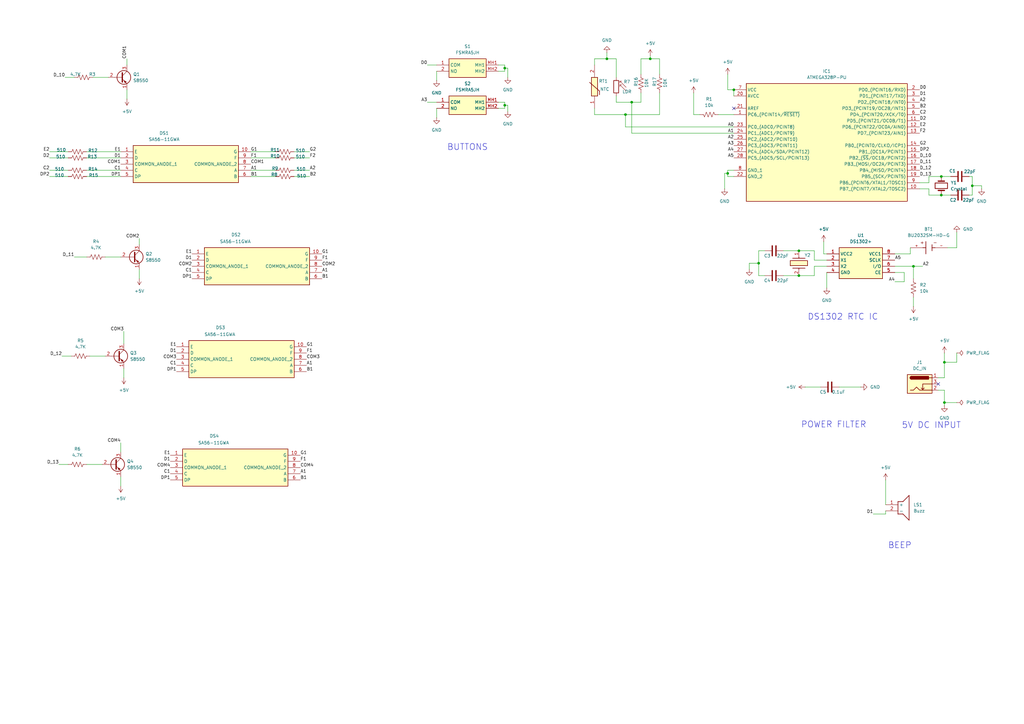
<source format=kicad_sch>
(kicad_sch (version 20250114) (generator "eeschema") (generator_version "9.0")
  (paper "A3")
  (lib_symbols
    (symbol "BU2032SM-HD-G:BU2032SM-HD-G" (pin_names (offset 1.016))
      (property "Reference" "BT" (at -6.3614 3.8138 0))
      (property "Value" "BU2032SM-HD-G" (at -6.3618 -6.3579 0))
      (symbol "BU2032SM-HD-G_0_0"
        (polyline (pts (xy -3.302 2.032) (xy -2.286 2.032)) (stroke (width 0.1524)))
        (polyline (pts (xy -2.794 2.54) (xy -2.794 1.524)) (stroke (width 0.1524)))
        (polyline (pts (xy -2.54 0) (xy -1.27 0)) (stroke (width 0.254)))
        (polyline (pts (xy -1.27 2.54) (xy -1.27 -2.54)) (stroke (width 0.254)))
        (polyline (pts (xy 1.27 1.27) (xy 1.27 -1.27)) (stroke (width 0.254)))
        (polyline (pts (xy 1.27 0) (xy 2.54 0)) (stroke (width 0.254)))
        (polyline (pts (xy 2.032 2.032) (xy 3.048 2.032)) (stroke (width 0.1524)))
        (pin passive line (at -7.62 0 0) (length 5.08) (name "~") (number "+"))
        (pin passive line (at 7.62 0 180) (length 5.08) (name "~") (number "-"))
      )
    )
    (symbol "Connector:Barrel_Jack_Switch" (pin_names (hide yes))
      (property "Reference" "J" (at 0 5.334 0))
      (property "Value" "Barrel_Jack_Switch" (at 0 -5.08 0))
      (symbol "Barrel_Jack_Switch_0_1"
        (rectangle (start -5.08 3.81) (end 5.08 -3.81) (stroke (width 0.254)) (fill (type background)))
        (polyline (pts (xy -3.81 -2.54) (xy -2.54 -2.54) (xy -1.27 -1.27) (xy 0 -2.54) (xy 2.54 -2.54) (xy 5.08 -2.54)) (stroke (width 0.254)))
        (arc (start -3.302 1.905) (mid -3.9343 2.54) (end -3.302 3.175) (stroke (width 0.254)))
        (arc (start -3.302 1.905) (mid -3.9343 2.54) (end -3.302 3.175) (stroke (width 0.254)) (fill (type outline)))
        (polyline (pts (xy 1.27 -2.286) (xy 1.905 -1.651)) (stroke (width 0.254)))
        (rectangle (start 3.683 3.175) (end -3.302 1.905) (stroke (width 0.254)) (fill (type outline)))
        (polyline (pts (xy 5.08 2.54) (xy 3.81 2.54)) (stroke (width 0.254)))
        (polyline (pts (xy 5.08 0) (xy 1.27 0) (xy 1.27 -2.286) (xy 0.635 -1.651)) (stroke (width 0.254)))
      )
      (symbol "Barrel_Jack_Switch_1_1"
        (pin passive line (at 7.62 2.54 180) (length 2.54) (name "~") (number "1"))
        (pin passive line (at 7.62 0 180) (length 2.54) (name "~") (number "3"))
        (pin passive line (at 7.62 -2.54 180) (length 2.54) (name "~") (number "2"))
      )
    )
    (symbol "Device:C" (pin_numbers (hide yes)) (pin_names (offset 0.254))
      (property "Reference" "C" (at 0.635 2.54 0))
      (property "Value" "C" (at 0.635 -2.54 0))
      (symbol "C_0_1"
        (polyline (pts (xy -2.032 0.762) (xy 2.032 0.762)) (stroke (width 0.508)))
        (polyline (pts (xy -2.032 -0.762) (xy 2.032 -0.762)) (stroke (width 0.508)))
      )
      (symbol "C_1_1"
        (pin passive line (at 0 3.81 270) (length 2.794) (name "~") (number "1"))
        (pin passive line (at 0 -3.81 90) (length 2.794) (name "~") (number "2"))
      )
    )
    (symbol "Device:Crystal" (pin_numbers (hide yes)) (pin_names (offset 1.016) (hide yes))
      (property "Reference" "Y" (at 0 3.81 0))
      (property "Value" "Crystal" (at 0 -3.81 0))
      (symbol "Crystal_0_1"
        (polyline (pts (xy -2.54 0) (xy -1.905 0)))
        (polyline (pts (xy -1.905 -1.27) (xy -1.905 1.27)) (stroke (width 0.508)))
        (rectangle (start -1.143 2.54) (end 1.143 -2.54) (stroke (width 0.3048)))
        (polyline (pts (xy 1.905 -1.27) (xy 1.905 1.27)) (stroke (width 0.508)))
        (polyline (pts (xy 2.54 0) (xy 1.905 0)))
      )
      (symbol "Crystal_1_1"
        (pin passive line (at -3.81 0 0) (length 1.27) (name "1") (number "1"))
        (pin passive line (at 3.81 0 180) (length 1.27) (name "2") (number "2"))
      )
    )
    (symbol "Device:R_US" (pin_numbers (hide yes)) (pin_names (offset 0))
      (property "Reference" "R" (at 2.54 0 90))
      (property "Value" "R_US" (at -2.54 0 90))
      (symbol "R_US_0_1"
        (polyline (pts (xy 0 2.286) (xy 0 2.54)))
        (polyline (pts (xy 0 2.286) (xy 1.016 1.905) (xy 0 1.524) (xy -1.016 1.143) (xy 0 0.762)))
        (polyline (pts (xy 0 0.762) (xy 1.016 0.381) (xy 0 0) (xy -1.016 -0.381) (xy 0 -0.762)))
        (polyline (pts (xy 0 -0.762) (xy 1.016 -1.143) (xy 0 -1.524) (xy -1.016 -1.905) (xy 0 -2.286)))
        (polyline (pts (xy 0 -2.286) (xy 0 -2.54)))
      )
      (symbol "R_US_1_1"
        (pin passive line (at 0 3.81 270) (length 1.27) (name "~") (number "1"))
        (pin passive line (at 0 -3.81 90) (length 1.27) (name "~") (number "2"))
      )
    )
    (symbol "SamacSys_Parts:AB38T-32.768KHZ" (pin_names (hide yes))
      (property "Reference" "Y" (at 8.89 6.35 0))
      (property "Value" "AB38T-32.768KHZ" (at 8.89 3.81 0))
      (symbol "AB38T-32.768KHZ_1_1"
        (polyline (pts (xy 3.048 2.54) (xy 3.048 -2.54)) (stroke (width 0.254)))
        (polyline (pts (xy 3.048 0) (xy 2.54 0)) (stroke (width 0.254)))
        (rectangle (start 4.064 3.556) (end 6.096 -3.556) (stroke (width 0.254)) (fill (type background)))
        (polyline (pts (xy 7.112 2.54) (xy 7.112 -2.54)) (stroke (width 0.254)))
        (polyline (pts (xy 7.112 0) (xy 7.62 0)) (stroke (width 0.254)))
        (pin passive line (at 0 0 0) (length 2.54) (name "1") (number "1"))
        (pin passive line (at 10.16 0 180) (length 2.54) (name "2") (number "2"))
      )
    )
    (symbol "SamacSys_Parts:ABT-410-RC"
      (property "Reference" "LS" (at 11.43 0 0))
      (property "Value" "ABT-410-RC" (at 11.43 -2.54 0))
      (symbol "ABT-410-RC_1_1"
        (polyline (pts (xy 5.08 1.27) (xy 5.08 -3.81)) (stroke (width 0.254)))
        (polyline (pts (xy 5.08 1.27) (xy 7.112 1.27)) (stroke (width 0.254)))
        (polyline (pts (xy 7.112 -3.81) (xy 5.08 -3.81)) (stroke (width 0.254)))
        (polyline (pts (xy 7.112 -3.81) (xy 9.652 -6.35)) (stroke (width 0.254)))
        (polyline (pts (xy 9.652 3.81) (xy 7.112 1.27)) (stroke (width 0.254)))
        (polyline (pts (xy 9.652 3.81) (xy 9.652 -6.35)) (stroke (width 0.254)))
        (pin passive line (at 0 0 0) (length 5.08) (name "+") (number "1"))
        (pin passive line (at 0 -2.54 0) (length 5.08) (name "-") (number "2"))
      )
    )
    (symbol "SamacSys_Parts:ATMEGA328P-PU"
      (property "Reference" "IC" (at 72.39 7.62 0))
      (property "Value" "ATMEGA328P-PU" (at 72.39 5.08 0))
      (symbol "ATMEGA328P-PU_1_1"
        (rectangle (start 5.08 2.54) (end 71.12 -45.72) (stroke (width 0.254)) (fill (type background)))
        (pin passive line (at 0 0 0) (length 5.08) (name "VCC") (number "7"))
        (pin passive line (at 0 -2.54 0) (length 5.08) (name "AVCC") (number "20"))
        (pin passive line (at 0 -7.62 0) (length 5.08) (name "AREF") (number "21"))
        (pin passive line (at 0 -10.16 0) (length 5.08) (name "PC6_(PCINT14/~{RESET)}") (number "1"))
        (pin passive line (at 0 -15.24 0) (length 5.08) (name "PC0_(ADC0/PCINT8)") (number "23"))
        (pin passive line (at 0 -17.78 0) (length 5.08) (name "PC1_(ADC1/PCINT9)") (number "24"))
        (pin passive line (at 0 -20.32 0) (length 5.08) (name "PC2_(ADC2/PCINT10)") (number "25"))
        (pin passive line (at 0 -22.86 0) (length 5.08) (name "PC3_(ADC3/PCINT11)") (number "26"))
        (pin passive line (at 0 -25.4 0) (length 5.08) (name "PC4_(ADC4/SDA/PCINT12)") (number "27"))
        (pin passive line (at 0 -27.94 0) (length 5.08) (name "PC5_(ADC5/SCL/PCINT13)") (number "28"))
        (pin passive line (at 0 -33.02 0) (length 5.08) (name "GND_1") (number "8"))
        (pin passive line (at 0 -35.56 0) (length 5.08) (name "GND_2") (number "22"))
        (pin passive line (at 76.2 0 180) (length 5.08) (name "PD0_(PCINT16/RXD)") (number "2"))
        (pin passive line (at 76.2 -2.54 180) (length 5.08) (name "PD1_(PCINT17/TXD)") (number "3"))
        (pin passive line (at 76.2 -5.08 180) (length 5.08) (name "PD2_(PCINT18/INT0)") (number "4"))
        (pin passive line (at 76.2 -7.62 180) (length 5.08) (name "PD3_(PCINT19/OC2B/INT1)") (number "5"))
        (pin passive line (at 76.2 -10.16 180) (length 5.08) (name "PD4_(PCINT20/XCK/T0)") (number "6"))
        (pin passive line (at 76.2 -12.7 180) (length 5.08) (name "PD5_(PCINT21/OC0B/T1)") (number "11"))
        (pin passive line (at 76.2 -15.24 180) (length 5.08) (name "PD6_(PCINT22/OC0A/AIN0)") (number "12"))
        (pin passive line (at 76.2 -17.78 180) (length 5.08) (name "PD7_(PCINT23/AIN1)") (number "13"))
        (pin passive line (at 76.2 -22.86 180) (length 5.08) (name "PB0_(PCINT0/CLKO/ICP1)") (number "14"))
        (pin passive line (at 76.2 -25.4 180) (length 5.08) (name "PB1_(OC1A/PCINT1)") (number "15"))
        (pin passive line (at 76.2 -27.94 180) (length 5.08) (name "PB2_(~{SS}/OC1B/PCINT2)") (number "16"))
        (pin passive line (at 76.2 -30.48 180) (length 5.08) (name "PB3_(MOSI/OC2A/PCINT3)") (number "17"))
        (pin passive line (at 76.2 -33.02 180) (length 5.08) (name "PB4_(MISO/PCINT4)") (number "18"))
        (pin passive line (at 76.2 -35.56 180) (length 5.08) (name "PB5_(SCK/PCINT5)") (number "19"))
        (pin passive line (at 76.2 -38.1 180) (length 5.08) (name "PB6_(PCINT6/XTAL1/TOSC1)") (number "9"))
        (pin passive line (at 76.2 -40.64 180) (length 5.08) (name "PB7_(PCINT7/XTAL2/TOSC2)") (number "10"))
      )
    )
    (symbol "SamacSys_Parts:DS1302N+"
      (property "Reference" "IC" (at 24.13 7.62 0))
      (property "Value" "DS1302N+" (at 24.13 5.08 0))
      (symbol "DS1302N+_1_1"
        (rectangle (start 5.08 2.54) (end 22.86 -10.16) (stroke (width 0.254)) (fill (type background)))
        (pin passive line (at 0 0 0) (length 5.08) (name "VCC2") (number "1"))
        (pin passive line (at 0 -2.54 0) (length 5.08) (name "X1") (number "2"))
        (pin passive line (at 0 -5.08 0) (length 5.08) (name "X2") (number "3"))
        (pin passive line (at 0 -7.62 0) (length 5.08) (name "GND") (number "4"))
        (pin passive line (at 27.94 0 180) (length 5.08) (name "VCC1") (number "8"))
        (pin passive line (at 27.94 -2.54 180) (length 5.08) (name "SCLK") (number "7"))
        (pin passive line (at 27.94 -5.08 180) (length 5.08) (name "I/O") (number "6"))
        (pin passive line (at 27.94 -7.62 180) (length 5.08) (name "CE") (number "5"))
      )
    )
    (symbol "SamacSys_Parts:FSMRA5JH04"
      (property "Reference" "S" (at 21.59 7.62 0))
      (property "Value" "FSMRA5JH04" (at 21.59 5.08 0))
      (symbol "FSMRA5JH04_1_1"
        (rectangle (start 5.08 2.54) (end 20.32 -5.08) (stroke (width 0.254)) (fill (type background)))
        (pin passive line (at 0 0 0) (length 5.08) (name "COM") (number "1"))
        (pin passive line (at 0 -2.54 0) (length 5.08) (name "NO") (number "2"))
        (pin passive line (at 25.4 0 180) (length 5.08) (name "MH1") (number "MH1"))
        (pin passive line (at 25.4 -2.54 180) (length 5.08) (name "MH2") (number "MH2"))
      )
    )
    (symbol "SamacSys_Parts:NTCLE100E3103JB0" (pin_names (hide yes))
      (property "Reference" "RT" (at 13.97 6.35 0))
      (property "Value" "NTCLE100E3103JB0" (at 13.97 3.81 0))
      (symbol "NTCLE100E3103JB0_1_1"
        (rectangle (start 5.08 1.27) (end 12.7 -1.27) (stroke (width 0.254)) (fill (type background)))
        (polyline (pts (xy 5.588 -2.032) (xy 7.112 -2.032)) (stroke (width 0.254)))
        (polyline (pts (xy 10.668 2.032) (xy 7.112 -2.032)) (stroke (width 0.254)))
        (pin passive line (at 0 0 0) (length 5.08) (name "1") (number "1"))
        (pin passive line (at 17.78 0 180) (length 5.08) (name "2") (number "2"))
      )
    )
    (symbol "SamacSys_Parts:SA10-21SURKWA"
      (property "Reference" "DS" (at 49.53 7.62 0))
      (property "Value" "SA10-21SURKWA" (at 49.53 5.08 0))
      (symbol "SA10-21SURKWA_1_1"
        (rectangle (start 5.08 2.54) (end 48.26 -12.7) (stroke (width 0.254)) (fill (type background)))
        (pin passive line (at 0 0 0) (length 5.08) (name "E") (number "1"))
        (pin passive line (at 0 -2.54 0) (length 5.08) (name "D") (number "2"))
        (pin passive line (at 0 -5.08 0) (length 5.08) (name "COMMON_ANODE_1") (number "3"))
        (pin passive line (at 0 -7.62 0) (length 5.08) (name "C") (number "4"))
        (pin passive line (at 0 -10.16 0) (length 5.08) (name "DP") (number "5"))
        (pin passive line (at 53.34 0 180) (length 5.08) (name "G") (number "10"))
        (pin passive line (at 53.34 -2.54 180) (length 5.08) (name "F") (number "9"))
        (pin passive line (at 53.34 -5.08 180) (length 5.08) (name "COMMON_ANODE_2") (number "8"))
        (pin passive line (at 53.34 -7.62 180) (length 5.08) (name "A") (number "7"))
        (pin passive line (at 53.34 -10.16 180) (length 5.08) (name "B") (number "6"))
      )
    )
    (symbol "Sensor_Optical:LDR03" (pin_numbers (hide yes)) (pin_names (offset 0))
      (property "Reference" "R" (at -5.08 0 90))
      (property "Value" "LDR03" (at 1.905 0 90))
      (symbol "LDR03_0_1"
        (polyline (pts (xy -1.524 -0.762) (xy -4.064 1.778)))
        (polyline (pts (xy -1.524 -0.762) (xy -2.286 -0.762)))
        (polyline (pts (xy -1.524 -0.762) (xy -1.524 0)))
        (polyline (pts (xy -1.524 -2.286) (xy -4.064 0.254)))
        (polyline (pts (xy -1.524 -2.286) (xy -2.286 -2.286)))
        (polyline (pts (xy -1.524 -2.286) (xy -1.524 -1.524)))
        (rectangle (start -1.016 2.54) (end 1.016 -2.54) (stroke (width 0.254)))
      )
      (symbol "LDR03_1_1"
        (pin passive line (at 0 3.81 270) (length 1.27) (name "~") (number "1"))
        (pin passive line (at 0 -3.81 90) (length 1.27) (name "~") (number "2"))
      )
    )
    (symbol "Transistor_BJT:S8550" (pin_names (offset 0) (hide yes))
      (property "Reference" "Q" (at 5.08 1.905 0))
      (property "Value" "S8550" (at 5.08 0 0))
      (symbol "S8550_0_1"
        (polyline (pts (xy -2.54 0) (xy 0.635 0)))
        (polyline (pts (xy 0.635 1.905) (xy 0.635 -1.905)) (stroke (width 0.508)))
        (polyline (pts (xy 0.635 0.635) (xy 2.54 2.54)))
        (polyline (pts (xy 0.635 -0.635) (xy 2.54 -2.54)))
        (circle (center 1.27 0) (radius 2.8194) (stroke (width 0.254)))
        (polyline (pts (xy 2.286 -1.778) (xy 1.778 -2.286) (xy 1.27 -1.27) (xy 2.286 -1.778)) (fill (type outline)))
      )
      (symbol "S8550_1_1"
        (pin input line (at -5.08 0 0) (length 2.54) (name "B") (number "2"))
        (pin passive line (at 2.54 5.08 270) (length 2.54) (name "C") (number "3"))
        (pin passive line (at 2.54 -5.08 90) (length 2.54) (name "E") (number "1"))
      )
    )
    (symbol "power:+5V" (power) (pin_numbers (hide yes)) (pin_names (offset 0) (hide yes))
      (property "Value" "+5V" (at 0 3.556 0))
      (symbol "+5V_0_1"
        (polyline (pts (xy -0.762 1.27) (xy 0 2.54)))
        (polyline (pts (xy 0 2.54) (xy 0.762 1.27)))
        (polyline (pts (xy 0 0) (xy 0 2.54)))
      )
      (symbol "+5V_1_1"
        (pin power_in line (at 0 0 90) (length 0) (name "~") (number "1"))
      )
    )
    (symbol "power:GND" (power) (pin_numbers (hide yes)) (pin_names (offset 0) (hide yes))
      (property "Value" "GND" (at 0 -3.81 0))
      (symbol "GND_0_1"
        (polyline (pts (xy 0 0) (xy 0 -1.27) (xy 1.27 -1.27) (xy 0 -2.54) (xy -1.27 -1.27) (xy 0 -1.27)))
      )
      (symbol "GND_1_1"
        (pin power_in line (at 0 0 270) (length 0) (name "~") (number "1"))
      )
    )
    (symbol "power:PWR_FLAG" (power) (pin_numbers (hide yes)) (pin_names (offset 0) (hide yes))
      (property "Value" "PWR_FLAG" (at 0 3.81 0))
      (symbol "PWR_FLAG_0_0"
        (pin power_out line (at 0 0 90) (length 0) (name "~") (number "1"))
      )
      (symbol "PWR_FLAG_0_1"
        (polyline (pts (xy 0 0) (xy 0 1.27) (xy -1.016 1.905) (xy 0 2.54) (xy 1.016 1.905) (xy 0 1.27)))
      )
    )
  )
  (text "5V DC INPUT\n" (at 382.016 174.498 0) (effects (font (size 2.5 2.5))))
  (text "BUTTONS" (at 191.77 60.452 0) (effects (font (size 2.5 2.5))))
  (text "BEEP\n" (at 369.062 223.774 0) (effects (font (size 2.5 2.5))))
  (text "POWER FILTER " (at 342.9 174.244 0) (effects (font (size 2.5 2.5))))
  (text "DS1302 RTC IC\n" (at 345.694 130.048 0) (effects (font (size 2.5 2.5))))
  (junction (at 386.08 80.01))
  (junction (at 374.65 109.22))
  (junction (at 207.01 43.18))
  (junction (at 298.45 71.12))
  (junction (at 387.35 165.1))
  (junction (at 327.66 113.03))
  (junction (at 387.35 148.59))
  (junction (at 266.7 24.13))
  (junction (at 311.15 107.95))
  (junction (at 300.99 36.83))
  (junction (at 259.08 41.91))
  (junction (at 207.01 27.94))
  (junction (at 327.66 102.87))
  (junction (at 398.78 76.2))
  (junction (at 386.08 72.39))
  (junction (at 256.54 46.99))
  (junction (at 248.92 24.13))
  (no_connect (at 300.99 44.45))
  (no_connect (at 384.81 157.48))
  (wire (pts (xy 321.31 113.03) (xy 327.66 113.03)))
  (wire (pts (xy 370.84 115.57) (xy 367.03 115.57)))
  (wire (pts (xy 298.45 30.48) (xy 298.45 36.83)))
  (wire (pts (xy 402.59 77.47) (xy 402.59 76.2)))
  (wire (pts (xy 337.82 99.06) (xy 337.82 104.14)))
  (wire (pts (xy 334.01 113.03) (xy 334.01 109.22)))
  (wire (pts (xy 387.35 144.78) (xy 387.35 148.59)))
  (wire (pts (xy 26.67 31.75) (xy 30.48 31.75)))
  (wire (pts (xy 120.65 69.85) (xy 127 69.85)))
  (wire (pts (xy 43.18 105.41) (xy 49.53 105.41)))
  (wire (pts (xy 35.56 190.5) (xy 41.91 190.5)))
  (wire (pts (xy 373.38 104.14) (xy 373.38 101.6)))
  (wire (pts (xy 363.22 196.85) (xy 363.22 207.01)))
  (wire (pts (xy 381 74.93) (xy 381 72.39)))
  (wire (pts (xy 300.99 69.85) (xy 298.45 69.85)))
  (wire (pts (xy 374.65 109.22) (xy 367.03 109.22)))
  (wire (pts (xy 307.34 110.49) (xy 307.34 107.95)))
  (wire (pts (xy 35.56 62.23) (xy 49.53 62.23)))
  (wire (pts (xy 248.92 24.13) (xy 252.73 24.13)))
  (wire (pts (xy 384.81 160.02) (xy 387.35 160.02)))
  (wire (pts (xy 120.65 72.39) (xy 127 72.39)))
  (wire (pts (xy 57.15 110.49) (xy 57.15 114.3)))
  (wire (pts (xy 120.65 64.77) (xy 127 64.77)))
  (wire (pts (xy 20.32 72.39) (xy 27.94 72.39)))
  (wire (pts (xy 374.65 109.22) (xy 374.65 114.3)))
  (wire (pts (xy 20.32 62.23) (xy 27.94 62.23)))
  (wire (pts (xy 387.35 165.1) (xy 392.43 165.1)))
  (wire (pts (xy 307.34 107.95) (xy 311.15 107.95)))
  (wire (pts (xy 208.28 43.18) (xy 207.01 43.18)))
  (wire (pts (xy 397.51 80.01) (xy 398.78 80.01)))
  (wire (pts (xy 175.26 41.91) (xy 179.07 41.91)))
  (wire (pts (xy 204.47 26.67) (xy 207.01 26.67)))
  (wire (pts (xy 252.73 41.91) (xy 259.08 41.91)))
  (wire (pts (xy 207.01 27.94) (xy 207.01 29.21)))
  (wire (pts (xy 120.65 62.23) (xy 127 62.23)))
  (wire (pts (xy 300.99 36.83) (xy 300.99 39.37)))
  (wire (pts (xy 52.07 36.83) (xy 52.07 40.64)))
  (wire (pts (xy 266.7 22.86) (xy 266.7 24.13)))
  (wire (pts (xy 50.8 151.13) (xy 50.8 154.94)))
  (wire (pts (xy 321.31 102.87) (xy 327.66 102.87)))
  (wire (pts (xy 284.48 38.1) (xy 284.48 46.99)))
  (wire (pts (xy 381 77.47) (xy 381 80.01)))
  (wire (pts (xy 381 72.39) (xy 386.08 72.39)))
  (wire (pts (xy 402.59 76.2) (xy 398.78 76.2)))
  (wire (pts (xy 49.53 195.58) (xy 49.53 199.39)))
  (wire (pts (xy 387.35 148.59) (xy 387.35 154.94)))
  (wire (pts (xy 243.84 44.45) (xy 243.84 46.99)))
  (wire (pts (xy 270.51 24.13) (xy 270.51 30.48)))
  (wire (pts (xy 102.87 62.23) (xy 113.03 62.23)))
  (wire (pts (xy 298.45 69.85) (xy 298.45 71.12)))
  (wire (pts (xy 387.35 154.94) (xy 384.81 154.94)))
  (wire (pts (xy 377.19 77.47) (xy 381 77.47)))
  (wire (pts (xy 387.35 166.37) (xy 387.35 165.1)))
  (wire (pts (xy 397.51 72.39) (xy 398.78 72.39)))
  (wire (pts (xy 36.83 146.05) (xy 43.18 146.05)))
  (wire (pts (xy 208.28 45.72) (xy 208.28 43.18)))
  (wire (pts (xy 207.01 29.21) (xy 204.47 29.21)))
  (wire (pts (xy 20.32 64.77) (xy 27.94 64.77)))
  (wire (pts (xy 377.19 74.93) (xy 381 74.93)))
  (wire (pts (xy 207.01 26.67) (xy 207.01 27.94)))
  (wire (pts (xy 334.01 106.68) (xy 339.09 106.68)))
  (wire (pts (xy 262.89 30.48) (xy 262.89 24.13)))
  (wire (pts (xy 327.66 102.87) (xy 334.01 102.87)))
  (wire (pts (xy 367.03 111.76) (xy 370.84 111.76)))
  (wire (pts (xy 370.84 111.76) (xy 370.84 115.57)))
  (wire (pts (xy 35.56 64.77) (xy 49.53 64.77)))
  (wire (pts (xy 334.01 109.22) (xy 339.09 109.22)))
  (wire (pts (xy 392.43 148.59) (xy 387.35 148.59)))
  (wire (pts (xy 256.54 46.99) (xy 270.51 46.99)))
  (wire (pts (xy 300.99 54.61) (xy 259.08 54.61)))
  (wire (pts (xy 311.15 102.87) (xy 311.15 107.95)))
  (wire (pts (xy 204.47 41.91) (xy 207.01 41.91)))
  (wire (pts (xy 102.87 69.85) (xy 113.03 69.85)))
  (wire (pts (xy 57.15 97.79) (xy 57.15 100.33)))
  (wire (pts (xy 179.07 29.21) (xy 179.07 33.02)))
  (wire (pts (xy 363.22 210.82) (xy 363.22 209.55)))
  (wire (pts (xy 38.1 31.75) (xy 44.45 31.75)))
  (wire (pts (xy 313.69 102.87) (xy 311.15 102.87)))
  (wire (pts (xy 262.89 24.13) (xy 266.7 24.13)))
  (wire (pts (xy 35.56 69.85) (xy 49.53 69.85)))
  (wire (pts (xy 248.92 21.59) (xy 248.92 24.13)))
  (wire (pts (xy 374.65 121.92) (xy 374.65 125.73)))
  (wire (pts (xy 378.46 109.22) (xy 374.65 109.22)))
  (wire (pts (xy 266.7 24.13) (xy 270.51 24.13)))
  (wire (pts (xy 270.51 46.99) (xy 270.51 38.1)))
  (wire (pts (xy 298.45 71.12) (xy 298.45 72.39)))
  (wire (pts (xy 243.84 46.99) (xy 256.54 46.99)))
  (wire (pts (xy 102.87 72.39) (xy 113.03 72.39)))
  (wire (pts (xy 207.01 43.18) (xy 207.01 44.45)))
  (wire (pts (xy 297.18 71.12) (xy 298.45 71.12)))
  (wire (pts (xy 284.48 46.99) (xy 287.02 46.99)))
  (wire (pts (xy 298.45 72.39) (xy 300.99 72.39)))
  (wire (pts (xy 327.66 113.03) (xy 334.01 113.03)))
  (wire (pts (xy 398.78 76.2) (xy 398.78 80.01)))
  (wire (pts (xy 208.28 31.75) (xy 208.28 27.94)))
  (wire (pts (xy 386.08 72.39) (xy 389.89 72.39)))
  (wire (pts (xy 256.54 52.07) (xy 256.54 46.99)))
  (wire (pts (xy 252.73 24.13) (xy 252.73 31.75)))
  (wire (pts (xy 259.08 41.91) (xy 262.89 41.91)))
  (wire (pts (xy 381 80.01) (xy 386.08 80.01)))
  (wire (pts (xy 298.45 36.83) (xy 300.99 36.83)))
  (wire (pts (xy 49.53 181.61) (xy 49.53 185.42)))
  (wire (pts (xy 179.07 44.45) (xy 179.07 48.26)))
  (wire (pts (xy 24.13 190.5) (xy 27.94 190.5)))
  (wire (pts (xy 208.28 27.94) (xy 207.01 27.94)))
  (wire (pts (xy 30.48 105.41) (xy 35.56 105.41)))
  (wire (pts (xy 52.07 24.13) (xy 52.07 26.67)))
  (wire (pts (xy 311.15 113.03) (xy 313.69 113.03)))
  (wire (pts (xy 367.03 104.14) (xy 373.38 104.14)))
  (wire (pts (xy 262.89 41.91) (xy 262.89 38.1)))
  (wire (pts (xy 259.08 54.61) (xy 259.08 41.91)))
  (wire (pts (xy 344.17 158.75) (xy 353.06 158.75)))
  (wire (pts (xy 392.43 144.78) (xy 392.43 148.59)))
  (wire (pts (xy 207.01 41.91) (xy 207.01 43.18)))
  (wire (pts (xy 294.64 46.99) (xy 300.99 46.99)))
  (wire (pts (xy 330.2 158.75) (xy 336.55 158.75)))
  (wire (pts (xy 339.09 111.76) (xy 339.09 118.11)))
  (wire (pts (xy 297.18 77.47) (xy 297.18 71.12)))
  (wire (pts (xy 25.4 146.05) (xy 29.21 146.05)))
  (wire (pts (xy 102.87 64.77) (xy 113.03 64.77)))
  (wire (pts (xy 386.08 80.01) (xy 389.89 80.01)))
  (wire (pts (xy 50.8 135.89) (xy 50.8 140.97)))
  (wire (pts (xy 392.43 101.6) (xy 392.43 95.25)))
  (wire (pts (xy 358.14 210.82) (xy 363.22 210.82)))
  (wire (pts (xy 243.84 24.13) (xy 248.92 24.13)))
  (wire (pts (xy 334.01 102.87) (xy 334.01 106.68)))
  (wire (pts (xy 243.84 26.67) (xy 243.84 24.13)))
  (wire (pts (xy 388.62 101.6) (xy 392.43 101.6)))
  (wire (pts (xy 311.15 107.95) (xy 311.15 113.03)))
  (wire (pts (xy 175.26 26.67) (xy 179.07 26.67)))
  (wire (pts (xy 20.32 69.85) (xy 27.94 69.85)))
  (wire (pts (xy 300.99 52.07) (xy 256.54 52.07)))
  (wire (pts (xy 35.56 72.39) (xy 49.53 72.39)))
  (wire (pts (xy 252.73 39.37) (xy 252.73 41.91)))
  (wire (pts (xy 207.01 44.45) (xy 204.47 44.45)))
  (wire (pts (xy 387.35 165.1) (xy 387.35 160.02)))
  (wire (pts (xy 398.78 72.39) (xy 398.78 76.2)))
  (wire (pts (xy 337.82 104.14) (xy 339.09 104.14)))
  (label "D1" (at 72.39 144.78 180))
  (label "A5" (at 367.03 106.68 0))
  (label "D_12" (at 25.4 146.05 180))
  (label "COM4" (at 69.85 191.77 180))
  (label "F1" (at 125.73 144.78 0))
  (label "A2" (at 300.99 57.15 180))
  (label "COM3" (at 72.39 147.32 180))
  (label "F1" (at 102.87 64.77 0))
  (label "E2" (at 20.32 62.23 180))
  (label "D1" (at 377.19 39.37 0))
  (label "A0" (at 300.99 52.07 180))
  (label "A1" (at 132.08 111.76 0))
  (label "B1" (at 125.73 152.4 0))
  (label "DP1" (at 49.53 72.39 180))
  (label "G1" (at 102.87 62.23 0))
  (label "A1" (at 123.19 194.31 0))
  (label "D_11" (at 30.48 105.41 180))
  (label "A1" (at 125.73 149.86 0))
  (label "D_11" (at 377.19 67.31 0))
  (label "B1" (at 132.08 114.3 0))
  (label "D1" (at 49.53 64.77 180))
  (label "F2" (at 127 64.77 0))
  (label "D0" (at 377.19 36.83 0))
  (label "F2" (at 377.19 54.61 0))
  (label "D_10" (at 377.19 64.77 0))
  (label "E2" (at 377.19 52.07 0))
  (label "D2" (at 20.32 64.77 180))
  (label "B1" (at 123.19 196.85 0))
  (label "G2" (at 377.19 59.69 0))
  (label "C1" (at 72.39 149.86 180))
  (label "A1" (at 102.87 69.85 0))
  (label "DP2" (at 377.19 62.23 0))
  (label "G1" (at 123.19 186.69 0))
  (label "E1" (at 49.53 62.23 180))
  (label "D1" (at 69.85 189.23 180))
  (label "A1" (at 300.99 54.61 180))
  (label "D_12" (at 377.19 69.85 0))
  (label "G1" (at 132.08 104.14 0))
  (label "A4" (at 300.99 62.23 180))
  (label "C1" (at 78.74 111.76 180))
  (label "D1" (at 358.14 210.82 180))
  (label "COM1" (at 102.87 67.31 0))
  (label "COM4" (at 49.53 181.61 180))
  (label "F1" (at 132.08 106.68 0))
  (label "DP2" (at 20.32 72.39 180))
  (label "A2" (at 127 69.85 0))
  (label "DP1" (at 78.74 114.3 180))
  (label "COM1" (at 52.07 24.13 90))
  (label "COM2" (at 57.15 97.79 180))
  (label "C1" (at 69.85 194.31 180))
  (label "D_13" (at 24.13 190.5 180))
  (label "G1" (at 125.73 142.24 0))
  (label "F1" (at 123.19 189.23 0))
  (label "A3" (at 300.99 59.69 180))
  (label "D_10" (at 26.67 31.75 180))
  (label "B2" (at 127 72.39 0))
  (label "D_13" (at 377.19 72.39 0))
  (label "E1" (at 69.85 186.69 180))
  (label "B2" (at 377.19 44.45 0))
  (label "COM4" (at 123.19 191.77 0))
  (label "A2" (at 378.46 109.22 0))
  (label "B1" (at 102.87 72.39 0))
  (label "A4" (at 367.03 115.57 180))
  (label "A3" (at 175.26 41.91 180))
  (label "COM2" (at 78.74 109.22 180))
  (label "D1" (at 78.74 106.68 180))
  (label "E1" (at 78.74 104.14 180))
  (label "DP1" (at 72.39 152.4 180))
  (label "G2" (at 127 62.23 0))
  (label "C2" (at 377.19 46.99 0))
  (label "C1" (at 49.53 69.85 180))
  (label "COM3" (at 125.73 147.32 0))
  (label "DP1" (at 69.85 196.85 180))
  (label "COM2" (at 132.08 109.22 0))
  (label "D0" (at 175.26 26.67 180))
  (label "C2" (at 20.32 69.85 180))
  (label "E1" (at 72.39 142.24 180))
  (label "A5" (at 300.99 64.77 180))
  (label "COM1" (at 49.53 67.31 180))
  (label "A2" (at 377.19 41.91 0))
  (label "D2" (at 377.19 49.53 0))
  (label "COM3" (at 50.8 135.89 180))
  (symbol (lib_id "power:+5V") (at 57.15 114.3 180) (unit 1)
    (property "Reference" "#PWR015" (effects (hide yes)))
    (property "Value" "+5V" (at 57.15 119.38 0))
    (property "Description" "Power symbol creates a global label with name \"+5V\"" (effects (hide yes)))
  )
  (symbol (lib_id "Device:R_US") (at 33.02 146.05 90) (unit 1)
    (property "Reference" "R5" (at 33.02 139.7 90))
    (property "Value" "4.7K" (at 33.02 142.24 90))
    (property "Footprint" "Resistor_THT:R_Axial_DIN0207_L6.3mm_D2.5mm_P10.16mm_Horizontal" (effects (hide yes)))
    (property "Description" "Resistor, US symbol" (effects (hide yes)))
  )
  (symbol (lib_id "power:GND") (at 179.07 48.26 0) (unit 1)
    (property "Reference" "#PWR022" (effects (hide yes)))
    (property "Value" "GND" (at 179.07 53.34 0))
    (property "Description" "Power symbol creates a global label with name \"GND\" , ground" (effects (hide yes)))
  )
  (symbol (lib_id "Device:R_US") (at 31.75 190.5 90) (unit 1)
    (property "Reference" "R6" (at 31.75 184.15 90))
    (property "Value" "4.7K" (at 31.75 186.69 90))
    (property "Footprint" "Resistor_THT:R_Axial_DIN0207_L6.3mm_D2.5mm_P10.16mm_Horizontal" (effects (hide yes)))
    (property "Description" "Resistor, US symbol" (effects (hide yes)))
  )
  (symbol (lib_id "Device:R_US") (at 34.29 31.75 90) (unit 1)
    (property "Reference" "R3" (at 37.846 30.48 90))
    (property "Value" "4.7K" (at 30.988 30.48 90))
    (property "Footprint" "Resistor_THT:R_Axial_DIN0207_L6.3mm_D2.5mm_P10.16mm_Horizontal" (effects (hide yes)))
    (property "Description" "Resistor, US symbol" (effects (hide yes)))
  )
  (symbol (lib_id "Device:R_US") (at 374.65 118.11 180) (unit 1)
    (property "Reference" "R2" (at 377.19 116.8399 0) (effects (justify right)))
    (property "Value" "10k" (at 377.19 119.3799 0) (effects (justify right)))
    (property "Footprint" "Resistor_THT:R_Axial_DIN0207_L6.3mm_D2.5mm_P10.16mm_Horizontal" (effects (hide yes)))
    (property "Description" "Resistor, US symbol" (effects (hide yes)))
  )
  (symbol (lib_id "power:+5V") (at 284.48 38.1 0) (mirror y) (unit 1)
    (property "Reference" "#PWR02" (effects (hide yes)))
    (property "Value" "+5V" (at 284.48 33.02 0))
    (property "Description" "Power symbol creates a global label with name \"+5V\"" (effects (hide yes)))
  )
  (symbol (lib_id "Device:Crystal") (at 386.08 76.2 270) (unit 1)
    (property "Reference" "Y1" (at 389.89 74.9299 90) (effects (justify left)))
    (property "Value" "Crystal" (at 389.89 77.4699 90) (effects (justify left)))
    (property "Footprint" "Crystal:Crystal_HC49-4H_Vertical" (effects (hide yes)))
    (property "Description" "Two pin crystal" (effects (hide yes)))
  )
  (symbol (lib_id "SamacSys_Parts:SA10-21SURKWA") (at 78.74 104.14 0) (unit 1)
    (property "Reference" "DS2" (at 96.774 96.266 0))
    (property "Value" "SA56-11GWA" (at 96.52 99.06 0))
    (property "Footprint" "SamacSys_Parts:DIP3040W75P254L2400H1050Q10N" (effects (hide yes)))
    (property "Datasheet" "http://uk.rs-online.com/web/p/products/7192500" (effects (hide yes)))
    (property "Description" "7-Seg Display 1-digit Red CA 25.4mm Kingbright SA10-21SURKWA 7-Segment LED Display, CA Red 260 mcd RH DP 25.4mm" (effects (hide yes)))
    (property "Height" "10.5" (effects (hide yes)))
    (property "Manufacturer_Name" "Kingbright" (effects (hide yes)))
    (property "Manufacturer_Part_Number" "SA10-21SURKWA" (effects (hide yes)))
    (property "Mouser Part Number" "604-SA56-11GWA" (effects (hide yes)))
    (property "Mouser Price/Stock" "https://www.mouser.co.uk/ProductDetail/Kingbright/SA56-11GWA?qs=VdjlWU%2FzoOHgdcQpf7vzjQ%3D%3D" (effects (hide yes)))
    (property "Arrow Part Number" "SA56-11GWA" (effects (hide yes)))
    (property "Arrow Price/Stock" "https://www.arrow.com/en/products/sa56-11gwa/kingbright" (effects (hide yes)))
    (property "RS Part Number" "7192500" (effects (hide yes)))
    (property "RS Price/Stock" "http://uk.rs-online.com/web/p/products/7192500" (effects (hide yes)))
    (property "Allied_Number" "70424439" (effects (hide yes)))
  )
  (symbol (lib_id "power:+5V") (at 52.07 40.64 180) (unit 1)
    (property "Reference" "#PWR014" (effects (hide yes)))
    (property "Value" "+5V" (at 52.07 45.72 0))
    (property "Description" "Power symbol creates a global label with name \"+5V\"" (effects (hide yes)))
  )
  (symbol (lib_id "power:+5V") (at 49.53 199.39 180) (unit 1)
    (property "Reference" "#PWR016" (effects (hide yes)))
    (property "Value" "+5V" (at 49.53 204.47 0))
    (property "Description" "Power symbol creates a global label with name \"+5V\"" (effects (hide yes)))
  )
  (symbol (lib_id "power:PWR_FLAG") (at 392.43 144.78 270) (unit 1)
    (property "Reference" "#FLG01" (effects (hide yes)))
    (property "Value" "PWR_FLAG" (at 396.24 144.7799 90) (effects (justify left)))
    (property "Description" "Special symbol for telling ERC where power comes from" (effects (hide yes)))
  )
  (symbol (lib_id "Device:R_US") (at 31.75 64.77 90) (unit 1)
    (property "Reference" "R13" (at 37.846 64.262 90))
    (property "Value" "510" (at 24.892 64.262 90))
    (property "Footprint" "Resistor_THT:R_Axial_DIN0207_L6.3mm_D2.5mm_P10.16mm_Horizontal" (effects (hide yes)))
    (property "Description" "Resistor, US symbol" (effects (hide yes)))
  )
  (symbol (lib_id "Device:C") (at 340.36 158.75 90) (unit 1)
    (property "Reference" "C5" (at 337.566 160.782 90))
    (property "Value" "0.1uF" (at 343.916 160.782 90))
    (property "Footprint" "Capacitor_THT:C_Disc_D5.0mm_W2.5mm_P2.50mm" (effects (hide yes)))
    (property "Description" "Unpolarized capacitor" (effects (hide yes)))
  )
  (symbol (lib_id "Connector:Barrel_Jack_Switch") (at 377.19 157.48 0) (unit 1)
    (property "Reference" "J1" (at 377.19 148.59 0))
    (property "Value" "DC_IN" (at 377.19 151.13 0))
    (property "Footprint" "Connector_BarrelJack:BarrelJack_Horizontal" (effects (hide yes)))
    (property "Description" "DC Barrel Jack with an internal switch" (effects (hide yes)))
  )
  (symbol (lib_id "SamacSys_Parts:NTCLE100E3103JB0") (at 243.84 44.45 90) (unit 1)
    (property "Reference" "RT1" (at 245.618 33.274 90) (effects (justify right)))
    (property "Value" "NTC" (at 246.126 36.576 90) (effects (justify right)))
    (property "Footprint" "SamacSys_Parts:NTCLE100E3103JB0" (effects (hide yes)))
    (property "Datasheet" "http://uk.rs-online.com/web/p/products/7546645P" (effects (hide yes)))
    (property "Description" "NTC Thermistor Radial leaded 10K 5%" (effects (hide yes)))
    (property "Height" "10" (effects (hide yes)))
    (property "Mouser Part Number" "594-2381-640-63103" (effects (hide yes)))
    (property "Mouser Price/Stock" "https://www.mouser.co.uk/ProductDetail/Vishay-BC-Components/NTCLE100E3103JB0?qs=MSh2oj3GFQcs%2FteGkdbngw%3D%3D" (effects (hide yes)))
    (property "Manufacturer_Name" "Vishay" (effects (hide yes)))
    (property "Manufacturer_Part_Number" "NTCLE100E3103JB0" (effects (hide yes)))
    (property "RS Part Number" "7546645P" (effects (hide yes)))
    (property "RS Price/Stock" "http://uk.rs-online.com/web/p/products/7546645P" (effects (hide yes)))
    (property "Allied_Number" "70397839" (effects (hide yes)))
  )
  (symbol (lib_id "Device:C") (at 393.7 80.01 90) (unit 1)
    (property "Reference" "C2" (at 390.906 82.042 90))
    (property "Value" "22pF" (at 397.256 82.042 90))
    (property "Footprint" "Capacitor_THT:C_Disc_D5.0mm_W2.5mm_P2.50mm" (effects (hide yes)))
    (property "Description" "Unpolarized capacitor" (effects (hide yes)))
  )
  (symbol (lib_id "power:GND") (at 297.18 77.47 0) (unit 1)
    (property "Reference" "#PWR04" (effects (hide yes)))
    (property "Value" "GND" (at 297.18 82.55 0))
    (property "Description" "Power symbol creates a global label with name \"GND\" , ground" (effects (hide yes)))
  )
  (symbol (lib_id "SamacSys_Parts:FSMRA5JH04") (at 179.07 41.91 0) (unit 1)
    (property "Reference" "S2" (at 191.77 34.29 0))
    (property "Value" "FSMRA5JH" (at 191.77 36.83 0))
    (property "Footprint" "SamacSys_Parts:FSMRA5JH04" (effects (hide yes)))
    (property "Datasheet" "http://uk.rs-online.com/web/p/products/7561350P" (effects (hide yes)))
    (property "Description" "White Button Tactile Switch, SPST 50 mA 3.56mm" (effects (hide yes)))
    (property "Height" "7.77" (effects (hide yes)))
    (property "Manufacturer_Name" "TE Connectivity" (effects (hide yes)))
    (property "Manufacturer_Part_Number" "FSMRA5JH04" (effects (hide yes)))
    (property "Mouser Part Number" "506-1-1825027-4" (effects (hide yes)))
    (property "Mouser Price/Stock" "https://www.mouser.co.uk/ProductDetail/TE-Connectivity-PB/FSMRA5JH?qs=Of7OaoM7rsGTpHH2GwYYZw%3D%3D" (effects (hide yes)))
    (property "RS Part Number" "7561350P" (effects (hide yes)))
    (property "RS Price/Stock" "http://uk.rs-online.com/web/p/products/7561350P" (effects (hide yes)))
  )
  (symbol (lib_id "Device:C") (at 317.5 102.87 90) (unit 1)
    (property "Reference" "C3" (at 314.706 104.902 90))
    (property "Value" "22pF" (at 321.056 104.902 90))
    (property "Footprint" "Capacitor_THT:C_Disc_D5.0mm_W2.5mm_P2.50mm" (effects (hide yes)))
    (property "Description" "Unpolarized capacitor" (effects (hide yes)))
  )
  (symbol (lib_id "Device:R_US") (at 116.84 64.77 90) (unit 1)
    (property "Reference" "R10" (at 112.776 64.008 90))
    (property "Value" "510" (at 123.19 64.262 90))
    (property "Footprint" "Resistor_THT:R_Axial_DIN0207_L6.3mm_D2.5mm_P10.16mm_Horizontal" (effects (hide yes)))
    (property "Description" "Resistor, US symbol" (effects (hide yes)))
  )
  (symbol (lib_id "power:PWR_FLAG") (at 392.43 165.1 270) (unit 1)
    (property "Reference" "#FLG02" (effects (hide yes)))
    (property "Value" "PWR_FLAG" (at 396.24 165.0999 90) (effects (justify left)))
    (property "Description" "Special symbol for telling ERC where power comes from" (effects (hide yes)))
  )
  (symbol (lib_id "power:GND") (at 392.43 95.25 180) (unit 1)
    (property "Reference" "#PWR06" (effects (hide yes)))
    (property "Value" "GND" (at 394.97 93.9799 0) (effects (justify right)))
    (property "Description" "Power symbol creates a global label with name \"GND\" , ground" (effects (hide yes)))
  )
  (symbol (lib_id "BU2032SM-HD-G:BU2032SM-HD-G") (at 381 101.6 0) (unit 1)
    (property "Reference" "BT1" (at 380.873 93.98 0))
    (property "Value" "BU2032SM-HD-G" (at 380.873 96.52 0))
    (property "Footprint" "custom_footprints:BAT_BU2032SM-HD-G" (effects (hide yes)))
    (property "PARTREV" "01/27/17" (effects (hide yes)))
    (property "STANDARD" "Manufacturer Recommendations" (effects (hide yes)))
    (property "MAXIMUM_PACKAGE_HEIGHT" "5.30 mm" (effects (hide yes)))
    (property "MANUFACTURER" "MPD" (effects (hide yes)))
  )
  (symbol (lib_id "Device:C") (at 317.5 113.03 90) (unit 1)
    (property "Reference" "C4" (at 314.706 115.062 90))
    (property "Value" "22pF" (at 321.056 115.062 90))
    (property "Footprint" "Capacitor_THT:C_Disc_D5.0mm_W2.5mm_P2.50mm" (effects (hide yes)))
    (property "Description" "Unpolarized capacitor" (effects (hide yes)))
  )
  (symbol (lib_id "Device:R_US") (at 262.89 34.29 180) (unit 1)
    (property "Reference" "R16" (at 260.858 33.528 90))
    (property "Value" "10K" (at 265.176 34.036 90))
    (property "Footprint" "Resistor_THT:R_Axial_DIN0207_L6.3mm_D2.5mm_P10.16mm_Horizontal" (effects (hide yes)))
    (property "Description" "Resistor, US symbol" (effects (hide yes)))
  )
  (symbol (lib_id "Transistor_BJT:S8550") (at 49.53 31.75 0) (unit 1)
    (property "Reference" "Q1" (at 54.61 30.4799 0) (effects (justify left)))
    (property "Value" "S8550" (at 54.61 33.0199 0) (effects (justify left)))
    (property "Footprint" "Package_TO_SOT_THT:TO-92_Inline" (effects (hide yes)))
    (property "Datasheet" "http://www.unisonic.com.tw/datasheet/S8550.pdf" (effects (hide yes)))
    (property "Description" "0.7A Ic, 20V Vce, Low Voltage High Current PNP Transistor, TO-92" (effects (hide yes)))
  )
  (symbol (lib_id "SamacSys_Parts:ABT-410-RC") (at 363.22 207.01 0) (unit 1)
    (property "Reference" "LS1" (at 374.65 207.0099 0) (effects (justify left)))
    (property "Value" "Buzz" (at 374.65 209.5499 0) (effects (justify left)))
    (property "Footprint" "SamacSys_Parts:ABT410RC" (effects (hide yes)))
    (property "Datasheet" "http://www.farnell.com/datasheets/2683806.pdf" (effects (hide yes)))
    (property "Description" "TRANSDUCER , Electromech, 1 V, 3 V, 15 mA, 80 dB, 2.04 kHz" (effects (hide yes)))
    (property "Height" "9" (effects (hide yes)))
    (property "Manufacturer_Name" "Multicomp Pro" (effects (hide yes)))
    (property "Manufacturer_Part_Number" "ABT-410-RC" (effects (hide yes)))
  )
  (symbol (lib_id "power:GND") (at 208.28 45.72 0) (unit 1)
    (property "Reference" "#PWR025" (effects (hide yes)))
    (property "Value" "GND" (at 208.28 50.8 0))
    (property "Description" "Power symbol creates a global label with name \"GND\" , ground" (effects (hide yes)))
  )
  (symbol (lib_id "Device:R_US") (at 116.84 62.23 90) (unit 1)
    (property "Reference" "R11" (at 112.776 61.468 90))
    (property "Value" "510" (at 123.19 61.722 90))
    (property "Footprint" "Resistor_THT:R_Axial_DIN0207_L6.3mm_D2.5mm_P10.16mm_Horizontal" (effects (hide yes)))
    (property "Description" "Resistor, US symbol" (effects (hide yes)))
  )
  (symbol (lib_id "Sensor_Optical:LDR03") (at 252.73 35.56 180) (unit 1)
    (property "Reference" "R7" (at 255.778 33.528 0) (effects (justify right)))
    (property "Value" "LDR" (at 255.27 37.592 0) (effects (justify right)))
    (property "Footprint" "OptoDevice:R_LDR_10x8.5mm_P7.6mm_Vertical" (effects (hide yes)))
    (property "Datasheet" "http://www.elektronica-componenten.nl/WebRoot/StoreNL/Shops/61422969/54F1/BA0C/C664/31B9/2173/C0A8/2AB9/2AEF/LDR03IMP.pdf" (effects (hide yes)))
    (property "Description" "light dependent resistor" (effects (hide yes)))
  )
  (symbol (lib_id "Device:R_US") (at 270.51 34.29 180) (unit 1)
    (property "Reference" "R17" (at 268.478 33.528 90))
    (property "Value" "10K" (at 272.796 34.036 90))
    (property "Footprint" "Resistor_THT:R_Axial_DIN0207_L6.3mm_D2.5mm_P10.16mm_Horizontal" (effects (hide yes)))
    (property "Description" "Resistor, US symbol" (effects (hide yes)))
  )
  (symbol (lib_id "power:+5V") (at 374.65 125.73 180) (unit 1)
    (property "Reference" "#PWR09" (effects (hide yes)))
    (property "Value" "+5V" (at 374.65 130.81 0))
    (property "Description" "Power symbol creates a global label with name \"+5V\"" (effects (hide yes)))
  )
  (symbol (lib_id "power:+5V") (at 387.35 144.78 0) (unit 1)
    (property "Reference" "#PWR010" (effects (hide yes)))
    (property "Value" "+5V" (at 387.35 139.7 0))
    (property "Description" "Power symbol creates a global label with name \"+5V\"" (effects (hide yes)))
  )
  (symbol (lib_id "power:+5V") (at 337.82 99.06 0) (unit 1)
    (property "Reference" "#PWR05" (effects (hide yes)))
    (property "Value" "+5V" (at 337.82 93.98 0))
    (property "Description" "Power symbol creates a global label with name \"+5V\"" (effects (hide yes)))
  )
  (symbol (lib_id "SamacSys_Parts:FSMRA5JH04") (at 179.07 26.67 0) (unit 1)
    (property "Reference" "S1" (at 191.77 19.05 0))
    (property "Value" "FSMRA5JH" (at 191.77 21.59 0))
    (property "Footprint" "SamacSys_Parts:FSMRA5JH04" (effects (hide yes)))
    (property "Datasheet" "http://uk.rs-online.com/web/p/products/7561350P" (effects (hide yes)))
    (property "Description" "White Button Tactile Switch, SPST 50 mA 3.56mm" (effects (hide yes)))
    (property "Height" "7.77" (effects (hide yes)))
    (property "Manufacturer_Name" "TE Connectivity" (effects (hide yes)))
    (property "Manufacturer_Part_Number" "FSMRA5JH04" (effects (hide yes)))
    (property "Mouser Part Number" "506-1-1825027-4" (effects (hide yes)))
    (property "Mouser Price/Stock" "https://www.mouser.co.uk/ProductDetail/TE-Connectivity-PB/FSMRA5JH?qs=Of7OaoM7rsGTpHH2GwYYZw%3D%3D" (effects (hide yes)))
    (property "RS Part Number" "7561350P" (effects (hide yes)))
    (property "RS Price/Stock" "http://uk.rs-online.com/web/p/products/7561350P" (effects (hide yes)))
  )
  (symbol (lib_id "Transistor_BJT:S8550") (at 46.99 190.5 0) (unit 1)
    (property "Reference" "Q4" (at 52.07 189.2299 0) (effects (justify left)))
    (property "Value" "S8550" (at 52.07 191.7699 0) (effects (justify left)))
    (property "Footprint" "Package_TO_SOT_THT:TO-92_Inline" (effects (hide yes)))
    (property "Datasheet" "http://www.unisonic.com.tw/datasheet/S8550.pdf" (effects (hide yes)))
    (property "Description" "0.7A Ic, 20V Vce, Low Voltage High Current PNP Transistor, TO-92" (effects (hide yes)))
  )
  (symbol (lib_id "power:GND") (at 179.07 33.02 0) (unit 1)
    (property "Reference" "#PWR023" (effects (hide yes)))
    (property "Value" "GND" (at 179.07 38.1 0))
    (property "Description" "Power symbol creates a global label with name \"GND\" , ground" (effects (hide yes)))
  )
  (symbol (lib_id "power:+5V") (at 50.8 154.94 180) (unit 1)
    (property "Reference" "#PWR017" (effects (hide yes)))
    (property "Value" "+5V" (at 50.8 160.02 0))
    (property "Description" "Power symbol creates a global label with name \"+5V\"" (effects (hide yes)))
  )
  (symbol (lib_id "Device:R_US") (at 39.37 105.41 90) (unit 1)
    (property "Reference" "R4" (at 39.37 99.06 90))
    (property "Value" "4.7K" (at 39.37 101.6 90))
    (property "Footprint" "Resistor_THT:R_Axial_DIN0207_L6.3mm_D2.5mm_P10.16mm_Horizontal" (effects (hide yes)))
    (property "Description" "Resistor, US symbol" (effects (hide yes)))
  )
  (symbol (lib_id "power:+5V") (at 266.7 22.86 0) (mirror y) (unit 1)
    (property "Reference" "#PWR019" (effects (hide yes)))
    (property "Value" "+5V" (at 266.7 17.78 0))
    (property "Description" "Power symbol creates a global label with name \"+5V\"" (effects (hide yes)))
  )
  (symbol (lib_id "power:GND") (at 339.09 118.11 0) (unit 1)
    (property "Reference" "#PWR07" (effects (hide yes)))
    (property "Value" "GND" (at 339.09 123.19 0))
    (property "Description" "Power symbol creates a global label with name \"GND\" , ground" (effects (hide yes)))
  )
  (symbol (lib_id "power:GND") (at 208.28 31.75 0) (unit 1)
    (property "Reference" "#PWR024" (effects (hide yes)))
    (property "Value" "GND" (at 208.28 36.83 0))
    (property "Description" "Power symbol creates a global label with name \"GND\" , ground" (effects (hide yes)))
  )
  (symbol (lib_id "SamacSys_Parts:AB38T-32.768KHZ") (at 327.66 102.87 270) (unit 1)
    (property "Reference" "Y2" (at 329.946 104.648 90) (effects (justify left)))
    (property "Value" "AB38T-32.768KHZ" (effects (hide yes)))
    (property "Footprint" "SamacSys_Parts:AB38T32768KHZ" (effects (hide yes)))
    (property "Datasheet" "http://uk.rs-online.com/web/p/products/1710594" (effects (hide yes)))
    (property "Description" "LOW FREQUENCY CYLINDRICAL WATCH CRYSTAL" (effects (hide yes)))
    (property "Manufacturer_Name" "ABRACON" (effects (hide yes)))
    (property "Manufacturer_Part_Number" "AB38T-32.768KHZ" (effects (hide yes)))
    (property "Mouser Part Number" "815-AB38T-32.768KHZ" (effects (hide yes)))
    (property "Mouser Price/Stock" "https://www.mouser.co.uk/ProductDetail/ABRACON/AB38T-32.768KHZ?qs=m%252BUhWDcpCfbdp9ovMbeW3g%3D%3D" (effects (hide yes)))
    (property "Arrow Part Number" "AB38T-32.768KHZ" (effects (hide yes)))
    (property "Arrow Price/Stock" "https://www.arrow.com/en/products/ab38t-32.768khz/abracon?utm_currency=USD&region=europe" (effects (hide yes)))
    (property "RS Part Number" "1710594" (effects (hide yes)))
    (property "RS Price/Stock" "http://uk.rs-online.com/web/p/products/1710594" (effects (hide yes)))
    (property "Allied_Number" "71528068" (effects (hide yes)))
  )
  (symbol (lib_id "Transistor_BJT:S8550") (at 54.61 105.41 0) (unit 1)
    (property "Reference" "Q2" (at 59.69 104.1399 0) (effects (justify left)))
    (property "Value" "S8550" (at 59.69 106.6799 0) (effects (justify left)))
    (property "Footprint" "Package_TO_SOT_THT:TO-92_Inline" (effects (hide yes)))
    (property "Datasheet" "http://www.unisonic.com.tw/datasheet/S8550.pdf" (effects (hide yes)))
    (property "Description" "0.7A Ic, 20V Vce, Low Voltage High Current PNP Transistor, TO-92" (effects (hide yes)))
  )
  (symbol (lib_id "power:GND") (at 307.34 110.49 0) (unit 1)
    (property "Reference" "#PWR08" (effects (hide yes)))
    (property "Value" "GND" (at 307.34 115.57 0))
    (property "Description" "Power symbol creates a global label with name \"GND\" , ground" (effects (hide yes)))
  )
  (symbol (lib_id "Device:R_US") (at 290.83 46.99 270) (mirror x) (unit 1)
    (property "Reference" "R1" (at 290.83 40.64 90))
    (property "Value" "10k" (at 290.83 43.18 90))
    (property "Footprint" "Resistor_THT:R_Axial_DIN0207_L6.3mm_D2.5mm_P10.16mm_Horizontal" (effects (hide yes)))
    (property "Description" "Resistor, US symbol" (effects (hide yes)))
  )
  (symbol (lib_id "SamacSys_Parts:ATMEGA328P-PU") (at 300.99 36.83 0) (unit 1)
    (property "Reference" "IC1" (at 339.09 29.21 0))
    (property "Value" "ATMEGA328P-PU" (at 339.09 31.75 0))
    (property "Footprint" "SamacSys_Parts:DIP794W53P254L3467H457Q28N" (effects (hide yes)))
    (property "Datasheet" "http://uk.rs-online.com/web/p/products/9222142P" (effects (hide yes)))
    (property "Description" "MICROCHIP - ATMEGA328P-PU. - MICROCONTROLLER MCU, 8 BIT, ATMEGA, 20MHZ, DIP-28" (effects (hide yes)))
    (property "Height" "4.572" (effects (hide yes)))
    (property "Manufacturer_Name" "Microchip" (effects (hide yes)))
    (property "Manufacturer_Part_Number" "ATMEGA328P-PU" (effects (hide yes)))
    (property "Mouser Part Number" "556-ATMEGA328P-PU" (effects (hide yes)))
    (property "Mouser Price/Stock" "https://www.mouser.co.uk/ProductDetail/Microchip-Technology/ATMEGA328P-PU?qs=K8BHR703ZXguOQv3sKbWcg%3D%3D" (effects (hide yes)))
    (property "Arrow Part Number" "ATMEGA328P-PU" (effects (hide yes)))
    (property "Arrow Price/Stock" "https://www.arrow.com/en/products/atmega328p-pu/microchip-technology?utm_currency=USD&region=nac" (effects (hide yes)))
    (property "RS Part Number" "9222142P" (effects (hide yes)))
    (property "RS Price/Stock" "http://uk.rs-online.com/web/p/products/9222142P" (effects (hide yes)))
    (property "Allied_Number" "70332157" (effects (hide yes)))
  )
  (symbol (lib_id "power:+5V") (at 298.45 30.48 0) (unit 1)
    (property "Reference" "#PWR03" (effects (hide yes)))
    (property "Value" "+5V" (at 298.45 25.4 0))
    (property "Description" "Power symbol creates a global label with name \"+5V\"" (effects (hide yes)))
  )
  (symbol (lib_id "power:+5V") (at 363.22 196.85 0) (mirror y) (unit 1)
    (property "Reference" "#PWR020" (effects (hide yes)))
    (property "Value" "+5V" (at 363.22 191.77 0))
    (property "Description" "Power symbol creates a global label with name \"+5V\"" (effects (hide yes)))
  )
  (symbol (lib_id "Device:R_US") (at 116.84 72.39 90) (unit 1)
    (property "Reference" "R8" (at 112.522 71.628 90))
    (property "Value" "510" (at 123.698 72.136 90))
    (property "Footprint" "Resistor_THT:R_Axial_DIN0207_L6.3mm_D2.5mm_P10.16mm_Horizontal" (effects (hide yes)))
    (property "Description" "Resistor, US symbol" (effects (hide yes)))
  )
  (symbol (lib_id "power:GND") (at 402.59 77.47 0) (unit 1)
    (property "Reference" "#PWR01" (effects (hide yes)))
    (property "Value" "GND" (at 402.59 82.55 0))
    (property "Description" "Power symbol creates a global label with name \"GND\" , ground" (effects (hide yes)))
  )
  (symbol (lib_id "SamacSys_Parts:SA10-21SURKWA") (at 72.39 142.24 0) (unit 1)
    (property "Reference" "DS3" (at 90.424 134.366 0))
    (property "Value" "SA56-11GWA" (at 90.17 137.16 0))
    (property "Footprint" "SamacSys_Parts:DIP3040W75P254L2400H1050Q10N" (effects (hide yes)))
    (property "Datasheet" "http://uk.rs-online.com/web/p/products/7192500" (effects (hide yes)))
    (property "Description" "7-Seg Display 1-digit Red CA 25.4mm Kingbright SA10-21SURKWA 7-Segment LED Display, CA Red 260 mcd RH DP 25.4mm" (effects (hide yes)))
    (property "Height" "10.5" (effects (hide yes)))
    (property "Manufacturer_Name" "Kingbright" (effects (hide yes)))
    (property "Manufacturer_Part_Number" "SA10-21SURKWA" (effects (hide yes)))
    (property "Mouser Part Number" "604-SA56-11GWA" (effects (hide yes)))
    (property "Mouser Price/Stock" "https://www.mouser.co.uk/ProductDetail/Kingbright/SA56-11GWA?qs=VdjlWU%2FzoOHgdcQpf7vzjQ%3D%3D" (effects (hide yes)))
    (property "Arrow Part Number" "SA56-11GWA" (effects (hide yes)))
    (property "Arrow Price/Stock" "https://www.arrow.com/en/products/sa56-11gwa/kingbright" (effects (hide yes)))
    (property "RS Part Number" "7192500" (effects (hide yes)))
    (property "RS Price/Stock" "http://uk.rs-online.com/web/p/products/7192500" (effects (hide yes)))
    (property "Allied_Number" "70424439" (effects (hide yes)))
  )
  (symbol (lib_id "power:GND") (at 353.06 158.75 90) (unit 1)
    (property "Reference" "#PWR013" (effects (hide yes)))
    (property "Value" "GND" (at 356.87 158.7499 90) (effects (justify right)))
    (property "Description" "Power symbol creates a global label with name \"GND\" , ground" (effects (hide yes)))
  )
  (symbol (lib_id "Device:R_US") (at 116.84 69.85 90) (unit 1)
    (property "Reference" "R9" (at 112.776 69.088 90))
    (property "Value" "510" (at 123.444 69.342 90))
    (property "Footprint" "Resistor_THT:R_Axial_DIN0207_L6.3mm_D2.5mm_P10.16mm_Horizontal" (effects (hide yes)))
    (property "Description" "Resistor, US symbol" (effects (hide yes)))
  )
  (symbol (lib_id "Device:R_US") (at 31.75 69.85 90) (unit 1)
    (property "Reference" "R14" (at 38.1 69.342 90))
    (property "Value" "510" (at 24.384 69.342 90))
    (property "Footprint" "Resistor_THT:R_Axial_DIN0207_L6.3mm_D2.5mm_P10.16mm_Horizontal" (effects (hide yes)))
    (property "Description" "Resistor, US symbol" (effects (hide yes)))
  )
  (symbol (lib_id "power:GND") (at 387.35 166.37 0) (unit 1)
    (property "Reference" "#PWR011" (effects (hide yes)))
    (property "Value" "GND" (at 387.35 171.45 0))
    (property "Description" "Power symbol creates a global label with name \"GND\" , ground" (effects (hide yes)))
  )
  (symbol (lib_id "Device:R_US") (at 31.75 72.39 90) (unit 1)
    (property "Reference" "R15" (at 38.354 71.882 90))
    (property "Value" "510" (at 24.384 71.882 90))
    (property "Footprint" "Resistor_THT:R_Axial_DIN0207_L6.3mm_D2.5mm_P10.16mm_Horizontal" (effects (hide yes)))
    (property "Description" "Resistor, US symbol" (effects (hide yes)))
  )
  (symbol (lib_id "Device:C") (at 393.7 72.39 90) (unit 1)
    (property "Reference" "C1" (at 390.652 70.104 90))
    (property "Value" "22pF" (at 397.764 70.358 90))
    (property "Footprint" "Capacitor_THT:C_Disc_D5.0mm_W2.5mm_P2.50mm" (effects (hide yes)))
    (property "Description" "Unpolarized capacitor" (effects (hide yes)))
  )
  (symbol (lib_id "SamacSys_Parts:SA10-21SURKWA") (at 49.53 62.23 0) (unit 1)
    (property "Reference" "DS1" (at 67.31 54.61 0))
    (property "Value" "SA56-11GWA" (at 67.31 57.15 0))
    (property "Footprint" "SamacSys_Parts:DIP3040W75P254L2400H1050Q10N" (effects (hide yes)))
    (property "Datasheet" "http://uk.rs-online.com/web/p/products/7192500" (effects (hide yes)))
    (property "Description" "7-Seg Display 1-digit Red CA 25.4mm Kingbright SA10-21SURKWA 7-Segment LED Display, CA Red 260 mcd RH DP 25.4mm" (effects (hide yes)))
    (property "Height" "10.5" (effects (hide yes)))
    (property "Manufacturer_Name" "Kingbright" (effects (hide yes)))
    (property "Manufacturer_Part_Number" "SA10-21SURKWA" (effects (hide yes)))
    (property "Mouser Part Number" "604-SA56-11GWA" (effects (hide yes)))
    (property "Mouser Price/Stock" "https://www.mouser.co.uk/ProductDetail/Kingbright/SA56-11GWA?qs=VdjlWU%2FzoOHgdcQpf7vzjQ%3D%3D" (effects (hide yes)))
    (property "Arrow Part Number" "SA56-11GWA" (effects (hide yes)))
    (property "Arrow Price/Stock" "https://www.arrow.com/en/products/sa56-11gwa/kingbright" (effects (hide yes)))
    (property "RS Part Number" "7192500" (effects (hide yes)))
    (property "RS Price/Stock" "http://uk.rs-online.com/web/p/products/7192500" (effects (hide yes)))
    (property "Allied_Number" "70424439" (effects (hide yes)))
  )
  (symbol (lib_id "SamacSys_Parts:DS1302N+") (at 339.09 104.14 0) (unit 1)
    (property "Reference" "U1" (at 353.06 96.52 0))
    (property "Value" "DS1302+" (at 353.06 99.06 0))
    (property "Footprint" "SamacSys_Parts:DIP762W56P254L938H457Q8N" (effects (hide yes)))
    (property "Datasheet" "http://uk.rs-online.com/web/p/products/1898339" (effects (hide yes)))
    (property "Description" "Trickle-Charge Timekeeping Chip Optional Industrial Temperature Range: -40C to +85C Supports Operation in a Wide Range of Applications" (effects (hide yes)))
    (property "Height" "4.572" (effects (hide yes)))
    (property "Manufacturer_Name" "Analog Devices" (effects (hide yes)))
    (property "Manufacturer_Part_Number" "DS1302N+" (effects (hide yes)))
    (property "Mouser Part Number" "700-DS1302N" (effects (hide yes)))
    (property "Mouser Price/Stock" "https://www.mouser.co.uk/ProductDetail/Analog-Devices-Maxim-Integrated/DS1302N%2b?qs=0Y9aZN%252BMVCW2mhN0nL8jKA%3D%3D" (effects (hide yes)))
    (property "Arrow Part Number" "DS1302N+" (effects (hide yes)))
    (property "Arrow Price/Stock" "https://www.arrow.com/en/products/ds1302n/analog-devices?utm_currency=USD&region=nac" (effects (hide yes)))
    (property "RS Part Number" "1898339" (effects (hide yes)))
    (property "RS Price/Stock" "http://uk.rs-online.com/web/p/products/1898339" (effects (hide yes)))
  )
  (symbol (lib_id "Transistor_BJT:S8550") (at 48.26 146.05 0) (unit 1)
    (property "Reference" "Q3" (at 53.34 144.7799 0) (effects (justify left)))
    (property "Value" "S8550" (at 53.34 147.3199 0) (effects (justify left)))
    (property "Footprint" "Package_TO_SOT_THT:TO-92_Inline" (effects (hide yes)))
    (property "Datasheet" "http://www.unisonic.com.tw/datasheet/S8550.pdf" (effects (hide yes)))
    (property "Description" "0.7A Ic, 20V Vce, Low Voltage High Current PNP Transistor, TO-92" (effects (hide yes)))
  )
  (symbol (lib_id "power:GND") (at 248.92 21.59 180) (unit 1)
    (property "Reference" "#PWR018" (effects (hide yes)))
    (property "Value" "GND" (at 248.92 16.51 0))
    (property "Description" "Power symbol creates a global label with name \"GND\" , ground" (effects (hide yes)))
  )
  (symbol (lib_id "SamacSys_Parts:SA10-21SURKWA") (at 69.85 186.69 0) (unit 1)
    (property "Reference" "DS4" (at 87.884 178.816 0))
    (property "Value" "SA56-11GWA" (at 87.63 181.61 0))
    (property "Footprint" "SamacSys_Parts:DIP3040W75P254L2400H1050Q10N" (effects (hide yes)))
    (property "Datasheet" "http://uk.rs-online.com/web/p/products/7192500" (effects (hide yes)))
    (property "Description" "7-Seg Display 1-digit Red CA 25.4mm Kingbright SA10-21SURKWA 7-Segment LED Display, CA Red 260 mcd RH DP 25.4mm" (effects (hide yes)))
    (property "Height" "10.5" (effects (hide yes)))
    (property "Manufacturer_Name" "Kingbright" (effects (hide yes)))
    (property "Manufacturer_Part_Number" "SA10-21SURKWA" (effects (hide yes)))
    (property "Mouser Part Number" "604-SA56-11GWA" (effects (hide yes)))
    (property "Mouser Price/Stock" "https://www.mouser.co.uk/ProductDetail/Kingbright/SA56-11GWA?qs=VdjlWU%2FzoOHgdcQpf7vzjQ%3D%3D" (effects (hide yes)))
    (property "Arrow Part Number" "SA56-11GWA" (effects (hide yes)))
    (property "Arrow Price/Stock" "https://www.arrow.com/en/products/sa56-11gwa/kingbright" (effects (hide yes)))
    (property "RS Part Number" "7192500" (effects (hide yes)))
    (property "RS Price/Stock" "http://uk.rs-online.com/web/p/products/7192500" (effects (hide yes)))
    (property "Allied_Number" "70424439" (effects (hide yes)))
  )
  (symbol (lib_id "Device:R_US") (at 31.75 62.23 90) (unit 1)
    (property "Reference" "R12" (at 38.1 61.722 90))
    (property "Value" "510" (at 25.146 61.468 90))
    (property "Footprint" "Resistor_THT:R_Axial_DIN0207_L6.3mm_D2.5mm_P10.16mm_Horizontal" (effects (hide yes)))
    (property "Description" "Resistor, US symbol" (effects (hide yes)))
  )
  (symbol (lib_id "power:+5V") (at 330.2 158.75 90) (unit 1)
    (property "Reference" "#PWR012" (effects (hide yes)))
    (property "Value" "+5V" (at 326.39 158.7499 90) (effects (justify left)))
    (property "Description" "Power symbol creates a global label with name \"+5V\"" (effects (hide yes)))
  )
)
</source>
